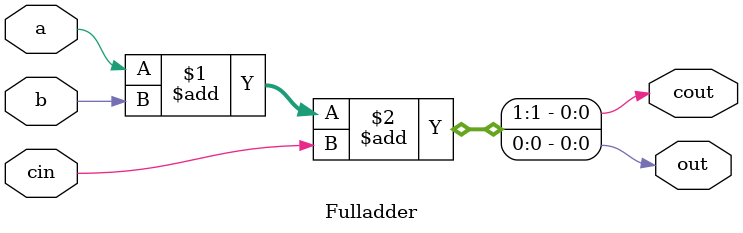
<source format=v>
module Fulladder
(
	input	a,b,cin,
	output	out,cout
);

assign {cout,out} = a + b + cin;


endmodule
</source>
